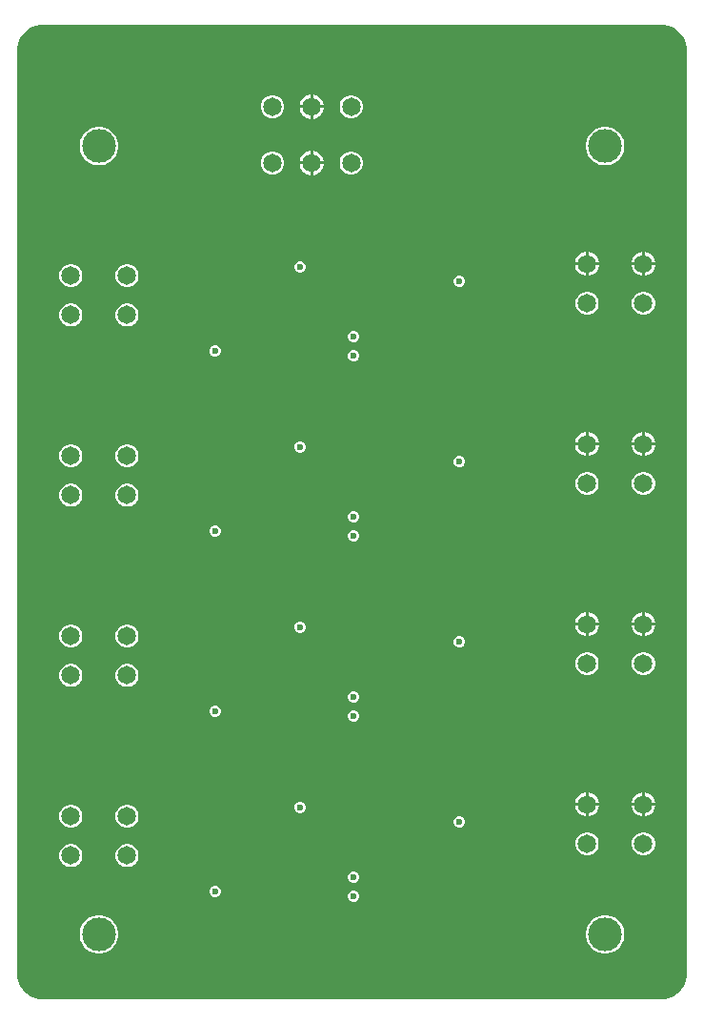
<source format=gbr>
G04*
G04 #@! TF.GenerationSoftware,Altium Limited,Altium Designer,25.1.2 (22)*
G04*
G04 Layer_Physical_Order=4*
G04 Layer_Color=16711680*
%FSLAX25Y25*%
%MOIN*%
G70*
G04*
G04 #@! TF.SameCoordinates,A5DCB332-85D3-4D93-9494-DFC79FD2F11A*
G04*
G04*
G04 #@! TF.FilePolarity,Positive*
G04*
G01*
G75*
%ADD24C,0.11811*%
%ADD25C,0.06496*%
%ADD26C,0.02362*%
G36*
X228903Y341364D02*
X230577Y340670D01*
X232083Y339664D01*
X233364Y338383D01*
X234371Y336876D01*
X235064Y335202D01*
X235418Y333425D01*
Y332520D01*
Y10000D01*
Y9094D01*
X235064Y7317D01*
X234371Y5644D01*
X233364Y4137D01*
X232083Y2856D01*
X230577Y1850D01*
X228903Y1156D01*
X227126Y803D01*
X9094D01*
X7317Y1156D01*
X5644Y1850D01*
X4137Y2856D01*
X2856Y4137D01*
X1850Y5644D01*
X1156Y7317D01*
X803Y9094D01*
Y10000D01*
Y25984D01*
Y332520D01*
Y333426D01*
X1156Y335202D01*
X1850Y336876D01*
X2856Y338383D01*
X4137Y339664D01*
X5644Y340670D01*
X7317Y341364D01*
X9094Y341717D01*
X227126D01*
X228903Y341364D01*
D02*
G37*
%LPC*%
G36*
X104595Y317240D02*
X104535D01*
Y313492D01*
X108283D01*
Y313551D01*
X107994Y314632D01*
X107435Y315600D01*
X106644Y316391D01*
X105675Y316951D01*
X104595Y317240D01*
D02*
G37*
G36*
X103535D02*
X103476D01*
X102396Y316951D01*
X101427Y316391D01*
X100636Y315600D01*
X100077Y314632D01*
X99787Y313551D01*
Y313492D01*
X103535D01*
Y317240D01*
D02*
G37*
G36*
X118346Y317028D02*
X117284D01*
X116257Y316753D01*
X115337Y316221D01*
X114586Y315470D01*
X114055Y314550D01*
X113779Y313523D01*
Y312461D01*
X114055Y311435D01*
X114586Y310514D01*
X115337Y309763D01*
X116257Y309232D01*
X117284Y308957D01*
X118346D01*
X119373Y309232D01*
X120293Y309763D01*
X121044Y310514D01*
X121575Y311435D01*
X121850Y312461D01*
Y313523D01*
X121575Y314550D01*
X121044Y315470D01*
X120293Y316221D01*
X119373Y316753D01*
X118346Y317028D01*
D02*
G37*
G36*
X90787D02*
X89725D01*
X88698Y316753D01*
X87778Y316221D01*
X87027Y315470D01*
X86496Y314550D01*
X86221Y313523D01*
Y312461D01*
X86496Y311435D01*
X87027Y310514D01*
X87778Y309763D01*
X88698Y309232D01*
X89725Y308957D01*
X90787D01*
X91813Y309232D01*
X92734Y309763D01*
X93485Y310514D01*
X94016Y311435D01*
X94291Y312461D01*
Y313523D01*
X94016Y314550D01*
X93485Y315470D01*
X92734Y316221D01*
X91813Y316753D01*
X90787Y317028D01*
D02*
G37*
G36*
X108283Y312492D02*
X104535D01*
Y308744D01*
X104595D01*
X105675Y309034D01*
X106644Y309593D01*
X107435Y310384D01*
X107994Y311352D01*
X108283Y312433D01*
Y312492D01*
D02*
G37*
G36*
X103535D02*
X99787D01*
Y312433D01*
X100077Y311352D01*
X100636Y310384D01*
X101427Y309593D01*
X102396Y309034D01*
X103476Y308744D01*
X103535D01*
Y312492D01*
D02*
G37*
G36*
X104595Y297555D02*
X104535D01*
Y293807D01*
X108283D01*
Y293866D01*
X107994Y294947D01*
X107435Y295915D01*
X106644Y296706D01*
X105675Y297266D01*
X104595Y297555D01*
D02*
G37*
G36*
X103535D02*
X103476D01*
X102396Y297266D01*
X101427Y296706D01*
X100636Y295915D01*
X100077Y294947D01*
X99787Y293866D01*
Y293807D01*
X103535D01*
Y297555D01*
D02*
G37*
G36*
X207352Y305906D02*
X206034D01*
X204741Y305648D01*
X203523Y305144D01*
X202426Y304411D01*
X201494Y303479D01*
X200762Y302383D01*
X200257Y301165D01*
X200000Y299872D01*
Y298553D01*
X200257Y297260D01*
X200762Y296042D01*
X201494Y294946D01*
X202426Y294014D01*
X203523Y293281D01*
X204741Y292777D01*
X206034Y292520D01*
X207352D01*
X208645Y292777D01*
X209863Y293281D01*
X210959Y294014D01*
X211892Y294946D01*
X212624Y296042D01*
X213129Y297260D01*
X213386Y298553D01*
Y299872D01*
X213129Y301165D01*
X212624Y302383D01*
X211892Y303479D01*
X210959Y304411D01*
X209863Y305144D01*
X208645Y305648D01*
X207352Y305906D01*
D02*
G37*
G36*
X30187D02*
X28868D01*
X27575Y305648D01*
X26357Y305144D01*
X25261Y304411D01*
X24329Y303479D01*
X23596Y302383D01*
X23092Y301165D01*
X22835Y299872D01*
Y298553D01*
X23092Y297260D01*
X23596Y296042D01*
X24329Y294946D01*
X25261Y294014D01*
X26357Y293281D01*
X27575Y292777D01*
X28868Y292520D01*
X30187D01*
X31480Y292777D01*
X32698Y293281D01*
X33794Y294014D01*
X34726Y294946D01*
X35459Y296042D01*
X35963Y297260D01*
X36220Y298553D01*
Y299872D01*
X35963Y301165D01*
X35459Y302383D01*
X34726Y303479D01*
X33794Y304411D01*
X32698Y305144D01*
X31480Y305648D01*
X30187Y305906D01*
D02*
G37*
G36*
X118346Y297342D02*
X117284D01*
X116257Y297067D01*
X115337Y296536D01*
X114586Y295785D01*
X114055Y294865D01*
X113779Y293838D01*
Y292776D01*
X114055Y291750D01*
X114586Y290829D01*
X115337Y290078D01*
X116257Y289547D01*
X117284Y289272D01*
X118346D01*
X119373Y289547D01*
X120293Y290078D01*
X121044Y290829D01*
X121575Y291750D01*
X121850Y292776D01*
Y293838D01*
X121575Y294865D01*
X121044Y295785D01*
X120293Y296536D01*
X119373Y297067D01*
X118346Y297342D01*
D02*
G37*
G36*
X90787D02*
X89725D01*
X88698Y297067D01*
X87778Y296536D01*
X87027Y295785D01*
X86496Y294865D01*
X86221Y293838D01*
Y292776D01*
X86496Y291750D01*
X87027Y290829D01*
X87778Y290078D01*
X88698Y289547D01*
X89725Y289272D01*
X90787D01*
X91813Y289547D01*
X92734Y290078D01*
X93485Y290829D01*
X94016Y291750D01*
X94291Y292776D01*
Y293838D01*
X94016Y294865D01*
X93485Y295785D01*
X92734Y296536D01*
X91813Y297067D01*
X90787Y297342D01*
D02*
G37*
G36*
X108283Y292807D02*
X104535D01*
Y289059D01*
X104595D01*
X105675Y289349D01*
X106644Y289908D01*
X107435Y290699D01*
X107994Y291667D01*
X108283Y292748D01*
Y292807D01*
D02*
G37*
G36*
X103535D02*
X99787D01*
Y292748D01*
X100077Y291667D01*
X100636Y290699D01*
X101427Y289908D01*
X102396Y289349D01*
X103476Y289059D01*
X103535D01*
Y292807D01*
D02*
G37*
G36*
X220638Y262319D02*
X220579D01*
Y258571D01*
X224327D01*
Y258630D01*
X224037Y259711D01*
X223478Y260679D01*
X222687Y261470D01*
X221718Y262029D01*
X220638Y262319D01*
D02*
G37*
G36*
X200953D02*
X200894D01*
Y258571D01*
X204642D01*
Y258630D01*
X204352Y259711D01*
X203793Y260679D01*
X203002Y261470D01*
X202033Y262029D01*
X200953Y262319D01*
D02*
G37*
G36*
X219579D02*
X219519D01*
X218439Y262029D01*
X217470Y261470D01*
X216680Y260679D01*
X216120Y259711D01*
X215831Y258630D01*
Y258571D01*
X219579D01*
Y262319D01*
D02*
G37*
G36*
X199894D02*
X199834D01*
X198754Y262029D01*
X197785Y261470D01*
X196994Y260679D01*
X196435Y259711D01*
X196146Y258630D01*
Y258571D01*
X199894D01*
Y262319D01*
D02*
G37*
G36*
X100293Y258957D02*
X99510D01*
X98786Y258657D01*
X98233Y258103D01*
X97933Y257380D01*
Y256597D01*
X98233Y255873D01*
X98786Y255319D01*
X99510Y255020D01*
X100293D01*
X101017Y255319D01*
X101570Y255873D01*
X101870Y256597D01*
Y257380D01*
X101570Y258103D01*
X101017Y258657D01*
X100293Y258957D01*
D02*
G37*
G36*
X224327Y257571D02*
X220579D01*
Y253823D01*
X220638D01*
X221718Y254112D01*
X222687Y254672D01*
X223478Y255463D01*
X224037Y256431D01*
X224327Y257512D01*
Y257571D01*
D02*
G37*
G36*
X219579D02*
X215831D01*
Y257512D01*
X216120Y256431D01*
X216680Y255463D01*
X217470Y254672D01*
X218439Y254112D01*
X219519Y253823D01*
X219579D01*
Y257571D01*
D02*
G37*
G36*
X204642D02*
X200894D01*
Y253823D01*
X200953D01*
X202033Y254112D01*
X203002Y254672D01*
X203793Y255463D01*
X204352Y256431D01*
X204642Y257512D01*
Y257571D01*
D02*
G37*
G36*
X199894D02*
X196146D01*
Y257512D01*
X196435Y256431D01*
X196994Y255463D01*
X197785Y254672D01*
X198754Y254112D01*
X199834Y253823D01*
X199894D01*
Y257571D01*
D02*
G37*
G36*
X156100Y253937D02*
X155317D01*
X154594Y253637D01*
X154040Y253084D01*
X153740Y252360D01*
Y251577D01*
X154040Y250853D01*
X154594Y250300D01*
X155317Y250000D01*
X156100D01*
X156824Y250300D01*
X157378Y250853D01*
X157677Y251577D01*
Y252360D01*
X157378Y253084D01*
X156824Y253637D01*
X156100Y253937D01*
D02*
G37*
G36*
X39901Y257972D02*
X38839D01*
X37813Y257697D01*
X36892Y257166D01*
X36141Y256415D01*
X35610Y255495D01*
X35335Y254468D01*
Y253406D01*
X35610Y252379D01*
X36141Y251459D01*
X36892Y250708D01*
X37813Y250177D01*
X38839Y249902D01*
X39901D01*
X40928Y250177D01*
X41848Y250708D01*
X42599Y251459D01*
X43130Y252379D01*
X43406Y253406D01*
Y254468D01*
X43130Y255495D01*
X42599Y256415D01*
X41848Y257166D01*
X40928Y257697D01*
X39901Y257972D01*
D02*
G37*
G36*
X20216D02*
X19154D01*
X18127Y257697D01*
X17207Y257166D01*
X16456Y256415D01*
X15925Y255495D01*
X15650Y254468D01*
Y253406D01*
X15925Y252379D01*
X16456Y251459D01*
X17207Y250708D01*
X18127Y250177D01*
X19154Y249902D01*
X20216D01*
X21243Y250177D01*
X22163Y250708D01*
X22914Y251459D01*
X23446Y252379D01*
X23720Y253406D01*
Y254468D01*
X23446Y255495D01*
X22914Y256415D01*
X22163Y257166D01*
X21243Y257697D01*
X20216Y257972D01*
D02*
G37*
G36*
X220610Y248327D02*
X219548D01*
X218521Y248052D01*
X217601Y247520D01*
X216850Y246769D01*
X216318Y245849D01*
X216043Y244823D01*
Y243760D01*
X216318Y242734D01*
X216850Y241813D01*
X217601Y241062D01*
X218521Y240531D01*
X219548Y240256D01*
X220610D01*
X221636Y240531D01*
X222557Y241062D01*
X223308Y241813D01*
X223839Y242734D01*
X224114Y243760D01*
Y244823D01*
X223839Y245849D01*
X223308Y246769D01*
X222557Y247520D01*
X221636Y248052D01*
X220610Y248327D01*
D02*
G37*
G36*
X200925D02*
X199862D01*
X198836Y248052D01*
X197916Y247520D01*
X197165Y246769D01*
X196633Y245849D01*
X196358Y244823D01*
Y243760D01*
X196633Y242734D01*
X197165Y241813D01*
X197916Y241062D01*
X198836Y240531D01*
X199862Y240256D01*
X200925D01*
X201951Y240531D01*
X202871Y241062D01*
X203623Y241813D01*
X204154Y242734D01*
X204429Y243760D01*
Y244823D01*
X204154Y245849D01*
X203623Y246769D01*
X202871Y247520D01*
X201951Y248052D01*
X200925Y248327D01*
D02*
G37*
G36*
X39901Y244193D02*
X38839D01*
X37813Y243918D01*
X36892Y243387D01*
X36141Y242635D01*
X35610Y241715D01*
X35335Y240689D01*
Y239626D01*
X35610Y238600D01*
X36141Y237680D01*
X36892Y236928D01*
X37813Y236397D01*
X38839Y236122D01*
X39901D01*
X40928Y236397D01*
X41848Y236928D01*
X42599Y237680D01*
X43130Y238600D01*
X43406Y239626D01*
Y240689D01*
X43130Y241715D01*
X42599Y242635D01*
X41848Y243387D01*
X40928Y243918D01*
X39901Y244193D01*
D02*
G37*
G36*
X20216D02*
X19154D01*
X18127Y243918D01*
X17207Y243387D01*
X16456Y242635D01*
X15925Y241715D01*
X15650Y240689D01*
Y239626D01*
X15925Y238600D01*
X16456Y237680D01*
X17207Y236928D01*
X18127Y236397D01*
X19154Y236122D01*
X20216D01*
X21243Y236397D01*
X22163Y236928D01*
X22914Y237680D01*
X23446Y238600D01*
X23720Y239626D01*
Y240689D01*
X23446Y241715D01*
X22914Y242635D01*
X22163Y243387D01*
X21243Y243918D01*
X20216Y244193D01*
D02*
G37*
G36*
X119092Y234547D02*
X118309D01*
X117586Y234248D01*
X117032Y233694D01*
X116732Y232970D01*
Y232187D01*
X117032Y231464D01*
X117586Y230910D01*
X118309Y230610D01*
X119092D01*
X119816Y230910D01*
X120370Y231464D01*
X120669Y232187D01*
Y232970D01*
X120370Y233694D01*
X119816Y234248D01*
X119092Y234547D01*
D02*
G37*
G36*
X70569Y229528D02*
X69786D01*
X69062Y229228D01*
X68508Y228674D01*
X68209Y227951D01*
Y227168D01*
X68508Y226444D01*
X69062Y225890D01*
X69786Y225591D01*
X70569D01*
X71292Y225890D01*
X71846Y226444D01*
X72146Y227168D01*
Y227951D01*
X71846Y228674D01*
X71292Y229228D01*
X70569Y229528D01*
D02*
G37*
G36*
X119092Y227854D02*
X118309D01*
X117586Y227555D01*
X117032Y227001D01*
X116732Y226277D01*
Y225494D01*
X117032Y224771D01*
X117586Y224217D01*
X118309Y223917D01*
X119092D01*
X119816Y224217D01*
X120370Y224771D01*
X120669Y225494D01*
Y226277D01*
X120370Y227001D01*
X119816Y227555D01*
X119092Y227854D01*
D02*
G37*
G36*
X220638Y199327D02*
X220579D01*
Y195579D01*
X224327D01*
Y195638D01*
X224037Y196718D01*
X223478Y197687D01*
X222687Y198478D01*
X221718Y199037D01*
X220638Y199327D01*
D02*
G37*
G36*
X200953D02*
X200894D01*
Y195579D01*
X204642D01*
Y195638D01*
X204352Y196718D01*
X203793Y197687D01*
X203002Y198478D01*
X202033Y199037D01*
X200953Y199327D01*
D02*
G37*
G36*
X219579D02*
X219519D01*
X218439Y199037D01*
X217470Y198478D01*
X216680Y197687D01*
X216120Y196718D01*
X215831Y195638D01*
Y195579D01*
X219579D01*
Y199327D01*
D02*
G37*
G36*
X199894D02*
X199834D01*
X198754Y199037D01*
X197785Y198478D01*
X196994Y197687D01*
X196435Y196718D01*
X196146Y195638D01*
Y195579D01*
X199894D01*
Y199327D01*
D02*
G37*
G36*
X100293Y195965D02*
X99510D01*
X98786Y195665D01*
X98233Y195111D01*
X97933Y194388D01*
Y193605D01*
X98233Y192881D01*
X98786Y192327D01*
X99510Y192027D01*
X100293D01*
X101017Y192327D01*
X101570Y192881D01*
X101870Y193605D01*
Y194388D01*
X101570Y195111D01*
X101017Y195665D01*
X100293Y195965D01*
D02*
G37*
G36*
X224327Y194579D02*
X220579D01*
Y190831D01*
X220638D01*
X221718Y191120D01*
X222687Y191680D01*
X223478Y192470D01*
X224037Y193439D01*
X224327Y194519D01*
Y194579D01*
D02*
G37*
G36*
X219579D02*
X215831D01*
Y194519D01*
X216120Y193439D01*
X216680Y192470D01*
X217470Y191680D01*
X218439Y191120D01*
X219519Y190831D01*
X219579D01*
Y194579D01*
D02*
G37*
G36*
X204642D02*
X200894D01*
Y190831D01*
X200953D01*
X202033Y191120D01*
X203002Y191680D01*
X203793Y192470D01*
X204352Y193439D01*
X204642Y194519D01*
Y194579D01*
D02*
G37*
G36*
X199894D02*
X196146D01*
Y194519D01*
X196435Y193439D01*
X196994Y192470D01*
X197785Y191680D01*
X198754Y191120D01*
X199834Y190831D01*
X199894D01*
Y194579D01*
D02*
G37*
G36*
X156100Y190847D02*
X155317D01*
X154594Y190547D01*
X154040Y189993D01*
X153740Y189269D01*
Y188486D01*
X154040Y187763D01*
X154594Y187209D01*
X155317Y186909D01*
X156100D01*
X156824Y187209D01*
X157378Y187763D01*
X157677Y188486D01*
Y189269D01*
X157378Y189993D01*
X156824Y190547D01*
X156100Y190847D01*
D02*
G37*
G36*
X39901Y194980D02*
X38839D01*
X37813Y194705D01*
X36892Y194174D01*
X36141Y193423D01*
X35610Y192502D01*
X35335Y191476D01*
Y190414D01*
X35610Y189387D01*
X36141Y188467D01*
X36892Y187716D01*
X37813Y187184D01*
X38839Y186909D01*
X39901D01*
X40928Y187184D01*
X41848Y187716D01*
X42599Y188467D01*
X43130Y189387D01*
X43406Y190414D01*
Y191476D01*
X43130Y192502D01*
X42599Y193423D01*
X41848Y194174D01*
X40928Y194705D01*
X39901Y194980D01*
D02*
G37*
G36*
X20216D02*
X19154D01*
X18127Y194705D01*
X17207Y194174D01*
X16456Y193423D01*
X15925Y192502D01*
X15650Y191476D01*
Y190414D01*
X15925Y189387D01*
X16456Y188467D01*
X17207Y187716D01*
X18127Y187184D01*
X19154Y186909D01*
X20216D01*
X21243Y187184D01*
X22163Y187716D01*
X22914Y188467D01*
X23446Y189387D01*
X23720Y190414D01*
Y191476D01*
X23446Y192502D01*
X22914Y193423D01*
X22163Y194174D01*
X21243Y194705D01*
X20216Y194980D01*
D02*
G37*
G36*
X220610Y185335D02*
X219548D01*
X218521Y185060D01*
X217601Y184528D01*
X216850Y183777D01*
X216318Y182857D01*
X216043Y181831D01*
Y180768D01*
X216318Y179742D01*
X216850Y178821D01*
X217601Y178070D01*
X218521Y177539D01*
X219548Y177264D01*
X220610D01*
X221636Y177539D01*
X222557Y178070D01*
X223308Y178821D01*
X223839Y179742D01*
X224114Y180768D01*
Y181831D01*
X223839Y182857D01*
X223308Y183777D01*
X222557Y184528D01*
X221636Y185060D01*
X220610Y185335D01*
D02*
G37*
G36*
X200925D02*
X199862D01*
X198836Y185060D01*
X197916Y184528D01*
X197165Y183777D01*
X196633Y182857D01*
X196358Y181831D01*
Y180768D01*
X196633Y179742D01*
X197165Y178821D01*
X197916Y178070D01*
X198836Y177539D01*
X199862Y177264D01*
X200925D01*
X201951Y177539D01*
X202871Y178070D01*
X203623Y178821D01*
X204154Y179742D01*
X204429Y180768D01*
Y181831D01*
X204154Y182857D01*
X203623Y183777D01*
X202871Y184528D01*
X201951Y185060D01*
X200925Y185335D01*
D02*
G37*
G36*
X39901Y181201D02*
X38839D01*
X37813Y180926D01*
X36892Y180394D01*
X36141Y179643D01*
X35610Y178723D01*
X35335Y177697D01*
Y176634D01*
X35610Y175608D01*
X36141Y174688D01*
X36892Y173936D01*
X37813Y173405D01*
X38839Y173130D01*
X39901D01*
X40928Y173405D01*
X41848Y173936D01*
X42599Y174688D01*
X43130Y175608D01*
X43406Y176634D01*
Y177697D01*
X43130Y178723D01*
X42599Y179643D01*
X41848Y180394D01*
X40928Y180926D01*
X39901Y181201D01*
D02*
G37*
G36*
X20216D02*
X19154D01*
X18127Y180926D01*
X17207Y180394D01*
X16456Y179643D01*
X15925Y178723D01*
X15650Y177697D01*
Y176634D01*
X15925Y175608D01*
X16456Y174688D01*
X17207Y173936D01*
X18127Y173405D01*
X19154Y173130D01*
X20216D01*
X21243Y173405D01*
X22163Y173936D01*
X22914Y174688D01*
X23446Y175608D01*
X23720Y176634D01*
Y177697D01*
X23446Y178723D01*
X22914Y179643D01*
X22163Y180394D01*
X21243Y180926D01*
X20216Y181201D01*
D02*
G37*
G36*
X119092Y171555D02*
X118309D01*
X117586Y171255D01*
X117032Y170702D01*
X116732Y169978D01*
Y169195D01*
X117032Y168472D01*
X117586Y167918D01*
X118309Y167618D01*
X119092D01*
X119816Y167918D01*
X120370Y168472D01*
X120669Y169195D01*
Y169978D01*
X120370Y170702D01*
X119816Y171255D01*
X119092Y171555D01*
D02*
G37*
G36*
X70569Y166535D02*
X69786D01*
X69062Y166236D01*
X68508Y165682D01*
X68209Y164959D01*
Y164175D01*
X68508Y163452D01*
X69062Y162898D01*
X69786Y162598D01*
X70569D01*
X71292Y162898D01*
X71846Y163452D01*
X72146Y164175D01*
Y164959D01*
X71846Y165682D01*
X71292Y166236D01*
X70569Y166535D01*
D02*
G37*
G36*
X119092Y164862D02*
X118309D01*
X117586Y164562D01*
X117032Y164009D01*
X116732Y163285D01*
Y162502D01*
X117032Y161779D01*
X117586Y161225D01*
X118309Y160925D01*
X119092D01*
X119816Y161225D01*
X120370Y161779D01*
X120669Y162502D01*
Y163285D01*
X120370Y164009D01*
X119816Y164562D01*
X119092Y164862D01*
D02*
G37*
G36*
X220638Y136335D02*
X220579D01*
Y132587D01*
X224327D01*
Y132646D01*
X224037Y133726D01*
X223478Y134695D01*
X222687Y135486D01*
X221718Y136045D01*
X220638Y136335D01*
D02*
G37*
G36*
X200953D02*
X200894D01*
Y132587D01*
X204642D01*
Y132646D01*
X204352Y133726D01*
X203793Y134695D01*
X203002Y135486D01*
X202033Y136045D01*
X200953Y136335D01*
D02*
G37*
G36*
X219579D02*
X219519D01*
X218439Y136045D01*
X217470Y135486D01*
X216680Y134695D01*
X216120Y133726D01*
X215831Y132646D01*
Y132587D01*
X219579D01*
Y136335D01*
D02*
G37*
G36*
X199894D02*
X199834D01*
X198754Y136045D01*
X197785Y135486D01*
X196994Y134695D01*
X196435Y133726D01*
X196146Y132646D01*
Y132587D01*
X199894D01*
Y136335D01*
D02*
G37*
G36*
X100293Y132972D02*
X99510D01*
X98786Y132673D01*
X98233Y132119D01*
X97933Y131395D01*
Y130612D01*
X98233Y129889D01*
X98786Y129335D01*
X99510Y129035D01*
X100293D01*
X101017Y129335D01*
X101570Y129889D01*
X101870Y130612D01*
Y131395D01*
X101570Y132119D01*
X101017Y132673D01*
X100293Y132972D01*
D02*
G37*
G36*
X224327Y131587D02*
X220579D01*
Y127839D01*
X220638D01*
X221718Y128128D01*
X222687Y128687D01*
X223478Y129478D01*
X224037Y130447D01*
X224327Y131527D01*
Y131587D01*
D02*
G37*
G36*
X219579D02*
X215831D01*
Y131527D01*
X216120Y130447D01*
X216680Y129478D01*
X217470Y128687D01*
X218439Y128128D01*
X219519Y127839D01*
X219579D01*
Y131587D01*
D02*
G37*
G36*
X204642D02*
X200894D01*
Y127839D01*
X200953D01*
X202033Y128128D01*
X203002Y128687D01*
X203793Y129478D01*
X204352Y130447D01*
X204642Y131527D01*
Y131587D01*
D02*
G37*
G36*
X199894D02*
X196146D01*
Y131527D01*
X196435Y130447D01*
X196994Y129478D01*
X197785Y128687D01*
X198754Y128128D01*
X199834Y127839D01*
X199894D01*
Y131587D01*
D02*
G37*
G36*
X156100Y127854D02*
X155317D01*
X154594Y127555D01*
X154040Y127001D01*
X153740Y126277D01*
Y125494D01*
X154040Y124771D01*
X154594Y124217D01*
X155317Y123917D01*
X156100D01*
X156824Y124217D01*
X157378Y124771D01*
X157677Y125494D01*
Y126277D01*
X157378Y127001D01*
X156824Y127555D01*
X156100Y127854D01*
D02*
G37*
G36*
X39901Y131988D02*
X38839D01*
X37813Y131713D01*
X36892Y131182D01*
X36141Y130431D01*
X35610Y129510D01*
X35335Y128484D01*
Y127421D01*
X35610Y126395D01*
X36141Y125475D01*
X36892Y124724D01*
X37813Y124192D01*
X38839Y123917D01*
X39901D01*
X40928Y124192D01*
X41848Y124724D01*
X42599Y125475D01*
X43130Y126395D01*
X43406Y127421D01*
Y128484D01*
X43130Y129510D01*
X42599Y130431D01*
X41848Y131182D01*
X40928Y131713D01*
X39901Y131988D01*
D02*
G37*
G36*
X20216D02*
X19154D01*
X18127Y131713D01*
X17207Y131182D01*
X16456Y130431D01*
X15925Y129510D01*
X15650Y128484D01*
Y127421D01*
X15925Y126395D01*
X16456Y125475D01*
X17207Y124724D01*
X18127Y124192D01*
X19154Y123917D01*
X20216D01*
X21243Y124192D01*
X22163Y124724D01*
X22914Y125475D01*
X23446Y126395D01*
X23720Y127421D01*
Y128484D01*
X23446Y129510D01*
X22914Y130431D01*
X22163Y131182D01*
X21243Y131713D01*
X20216Y131988D01*
D02*
G37*
G36*
X220610Y122343D02*
X219548D01*
X218521Y122067D01*
X217601Y121536D01*
X216850Y120785D01*
X216318Y119865D01*
X216043Y118838D01*
Y117776D01*
X216318Y116750D01*
X216850Y115829D01*
X217601Y115078D01*
X218521Y114547D01*
X219548Y114272D01*
X220610D01*
X221636Y114547D01*
X222557Y115078D01*
X223308Y115829D01*
X223839Y116750D01*
X224114Y117776D01*
Y118838D01*
X223839Y119865D01*
X223308Y120785D01*
X222557Y121536D01*
X221636Y122067D01*
X220610Y122343D01*
D02*
G37*
G36*
X200925D02*
X199862D01*
X198836Y122067D01*
X197916Y121536D01*
X197165Y120785D01*
X196633Y119865D01*
X196358Y118838D01*
Y117776D01*
X196633Y116750D01*
X197165Y115829D01*
X197916Y115078D01*
X198836Y114547D01*
X199862Y114272D01*
X200925D01*
X201951Y114547D01*
X202871Y115078D01*
X203623Y115829D01*
X204154Y116750D01*
X204429Y117776D01*
Y118838D01*
X204154Y119865D01*
X203623Y120785D01*
X202871Y121536D01*
X201951Y122067D01*
X200925Y122343D01*
D02*
G37*
G36*
X39901Y118209D02*
X38839D01*
X37813Y117934D01*
X36892Y117402D01*
X36141Y116651D01*
X35610Y115731D01*
X35335Y114705D01*
Y113642D01*
X35610Y112616D01*
X36141Y111695D01*
X36892Y110944D01*
X37813Y110413D01*
X38839Y110138D01*
X39901D01*
X40928Y110413D01*
X41848Y110944D01*
X42599Y111695D01*
X43130Y112616D01*
X43406Y113642D01*
Y114705D01*
X43130Y115731D01*
X42599Y116651D01*
X41848Y117402D01*
X40928Y117934D01*
X39901Y118209D01*
D02*
G37*
G36*
X20216D02*
X19154D01*
X18127Y117934D01*
X17207Y117402D01*
X16456Y116651D01*
X15925Y115731D01*
X15650Y114705D01*
Y113642D01*
X15925Y112616D01*
X16456Y111695D01*
X17207Y110944D01*
X18127Y110413D01*
X19154Y110138D01*
X20216D01*
X21243Y110413D01*
X22163Y110944D01*
X22914Y111695D01*
X23446Y112616D01*
X23720Y113642D01*
Y114705D01*
X23446Y115731D01*
X22914Y116651D01*
X22163Y117402D01*
X21243Y117934D01*
X20216Y118209D01*
D02*
G37*
G36*
X119092Y108563D02*
X118309D01*
X117586Y108263D01*
X117032Y107710D01*
X116732Y106986D01*
Y106203D01*
X117032Y105479D01*
X117586Y104926D01*
X118309Y104626D01*
X119092D01*
X119816Y104926D01*
X120370Y105479D01*
X120669Y106203D01*
Y106986D01*
X120370Y107710D01*
X119816Y108263D01*
X119092Y108563D01*
D02*
G37*
G36*
X70569Y103543D02*
X69786D01*
X69062Y103244D01*
X68508Y102690D01*
X68209Y101966D01*
Y101183D01*
X68508Y100460D01*
X69062Y99906D01*
X69786Y99606D01*
X70569D01*
X71292Y99906D01*
X71846Y100460D01*
X72146Y101183D01*
Y101966D01*
X71846Y102690D01*
X71292Y103244D01*
X70569Y103543D01*
D02*
G37*
G36*
X119092Y101870D02*
X118309D01*
X117586Y101570D01*
X117032Y101017D01*
X116732Y100293D01*
Y99510D01*
X117032Y98786D01*
X117586Y98233D01*
X118309Y97933D01*
X119092D01*
X119816Y98233D01*
X120370Y98786D01*
X120669Y99510D01*
Y100293D01*
X120370Y101017D01*
X119816Y101570D01*
X119092Y101870D01*
D02*
G37*
G36*
X220638Y73343D02*
X220579D01*
Y69595D01*
X224327D01*
Y69654D01*
X224037Y70734D01*
X223478Y71703D01*
X222687Y72494D01*
X221718Y73053D01*
X220638Y73343D01*
D02*
G37*
G36*
X200953D02*
X200894D01*
Y69595D01*
X204642D01*
Y69654D01*
X204352Y70734D01*
X203793Y71703D01*
X203002Y72494D01*
X202033Y73053D01*
X200953Y73343D01*
D02*
G37*
G36*
X219579D02*
X219519D01*
X218439Y73053D01*
X217470Y72494D01*
X216680Y71703D01*
X216120Y70734D01*
X215831Y69654D01*
Y69595D01*
X219579D01*
Y73343D01*
D02*
G37*
G36*
X199894D02*
X199834D01*
X198754Y73053D01*
X197785Y72494D01*
X196994Y71703D01*
X196435Y70734D01*
X196146Y69654D01*
Y69595D01*
X199894D01*
Y73343D01*
D02*
G37*
G36*
X100293Y69980D02*
X99510D01*
X98786Y69681D01*
X98233Y69127D01*
X97933Y68403D01*
Y67620D01*
X98233Y66897D01*
X98786Y66343D01*
X99510Y66043D01*
X100293D01*
X101017Y66343D01*
X101570Y66897D01*
X101870Y67620D01*
Y68403D01*
X101570Y69127D01*
X101017Y69681D01*
X100293Y69980D01*
D02*
G37*
G36*
X224327Y68594D02*
X220579D01*
Y64846D01*
X220638D01*
X221718Y65136D01*
X222687Y65695D01*
X223478Y66486D01*
X224037Y67455D01*
X224327Y68535D01*
Y68594D01*
D02*
G37*
G36*
X219579D02*
X215831D01*
Y68535D01*
X216120Y67455D01*
X216680Y66486D01*
X217470Y65695D01*
X218439Y65136D01*
X219519Y64846D01*
X219579D01*
Y68594D01*
D02*
G37*
G36*
X204642D02*
X200894D01*
Y64846D01*
X200953D01*
X202033Y65136D01*
X203002Y65695D01*
X203793Y66486D01*
X204352Y67455D01*
X204642Y68535D01*
Y68594D01*
D02*
G37*
G36*
X199894D02*
X196146D01*
Y68535D01*
X196435Y67455D01*
X196994Y66486D01*
X197785Y65695D01*
X198754Y65136D01*
X199834Y64846D01*
X199894D01*
Y68594D01*
D02*
G37*
G36*
X156100Y64862D02*
X155317D01*
X154594Y64562D01*
X154040Y64009D01*
X153740Y63285D01*
Y62502D01*
X154040Y61779D01*
X154594Y61225D01*
X155317Y60925D01*
X156100D01*
X156824Y61225D01*
X157378Y61779D01*
X157677Y62502D01*
Y63285D01*
X157378Y64009D01*
X156824Y64562D01*
X156100Y64862D01*
D02*
G37*
G36*
X39901Y68996D02*
X38839D01*
X37813Y68721D01*
X36892Y68190D01*
X36141Y67438D01*
X35610Y66518D01*
X35335Y65492D01*
Y64429D01*
X35610Y63403D01*
X36141Y62483D01*
X36892Y61731D01*
X37813Y61200D01*
X38839Y60925D01*
X39901D01*
X40928Y61200D01*
X41848Y61731D01*
X42599Y62483D01*
X43130Y63403D01*
X43406Y64429D01*
Y65492D01*
X43130Y66518D01*
X42599Y67438D01*
X41848Y68190D01*
X40928Y68721D01*
X39901Y68996D01*
D02*
G37*
G36*
X20216D02*
X19154D01*
X18127Y68721D01*
X17207Y68190D01*
X16456Y67438D01*
X15925Y66518D01*
X15650Y65492D01*
Y64429D01*
X15925Y63403D01*
X16456Y62483D01*
X17207Y61731D01*
X18127Y61200D01*
X19154Y60925D01*
X20216D01*
X21243Y61200D01*
X22163Y61731D01*
X22914Y62483D01*
X23446Y63403D01*
X23720Y64429D01*
Y65492D01*
X23446Y66518D01*
X22914Y67438D01*
X22163Y68190D01*
X21243Y68721D01*
X20216Y68996D01*
D02*
G37*
G36*
X220610Y59350D02*
X219548D01*
X218521Y59075D01*
X217601Y58544D01*
X216850Y57793D01*
X216318Y56873D01*
X216043Y55846D01*
Y54784D01*
X216318Y53757D01*
X216850Y52837D01*
X217601Y52086D01*
X218521Y51555D01*
X219548Y51279D01*
X220610D01*
X221636Y51555D01*
X222557Y52086D01*
X223308Y52837D01*
X223839Y53757D01*
X224114Y54784D01*
Y55846D01*
X223839Y56873D01*
X223308Y57793D01*
X222557Y58544D01*
X221636Y59075D01*
X220610Y59350D01*
D02*
G37*
G36*
X200925D02*
X199862D01*
X198836Y59075D01*
X197916Y58544D01*
X197165Y57793D01*
X196633Y56873D01*
X196358Y55846D01*
Y54784D01*
X196633Y53757D01*
X197165Y52837D01*
X197916Y52086D01*
X198836Y51555D01*
X199862Y51279D01*
X200925D01*
X201951Y51555D01*
X202871Y52086D01*
X203623Y52837D01*
X204154Y53757D01*
X204429Y54784D01*
Y55846D01*
X204154Y56873D01*
X203623Y57793D01*
X202871Y58544D01*
X201951Y59075D01*
X200925Y59350D01*
D02*
G37*
G36*
X39901Y55216D02*
X38839D01*
X37813Y54941D01*
X36892Y54410D01*
X36141Y53659D01*
X35610Y52739D01*
X35335Y51712D01*
Y50650D01*
X35610Y49624D01*
X36141Y48703D01*
X36892Y47952D01*
X37813Y47421D01*
X38839Y47146D01*
X39901D01*
X40928Y47421D01*
X41848Y47952D01*
X42599Y48703D01*
X43130Y49624D01*
X43406Y50650D01*
Y51712D01*
X43130Y52739D01*
X42599Y53659D01*
X41848Y54410D01*
X40928Y54941D01*
X39901Y55216D01*
D02*
G37*
G36*
X20216D02*
X19154D01*
X18127Y54941D01*
X17207Y54410D01*
X16456Y53659D01*
X15925Y52739D01*
X15650Y51712D01*
Y50650D01*
X15925Y49624D01*
X16456Y48703D01*
X17207Y47952D01*
X18127Y47421D01*
X19154Y47146D01*
X20216D01*
X21243Y47421D01*
X22163Y47952D01*
X22914Y48703D01*
X23446Y49624D01*
X23720Y50650D01*
Y51712D01*
X23446Y52739D01*
X22914Y53659D01*
X22163Y54410D01*
X21243Y54941D01*
X20216Y55216D01*
D02*
G37*
G36*
X119092Y45571D02*
X118309D01*
X117586Y45271D01*
X117032Y44717D01*
X116732Y43994D01*
Y43211D01*
X117032Y42487D01*
X117586Y41934D01*
X118309Y41634D01*
X119092D01*
X119816Y41934D01*
X120370Y42487D01*
X120669Y43211D01*
Y43994D01*
X120370Y44717D01*
X119816Y45271D01*
X119092Y45571D01*
D02*
G37*
G36*
X70569Y40551D02*
X69786D01*
X69062Y40251D01*
X68508Y39698D01*
X68209Y38974D01*
Y38191D01*
X68508Y37468D01*
X69062Y36914D01*
X69786Y36614D01*
X70569D01*
X71292Y36914D01*
X71846Y37468D01*
X72146Y38191D01*
Y38974D01*
X71846Y39698D01*
X71292Y40251D01*
X70569Y40551D01*
D02*
G37*
G36*
X119092Y38878D02*
X118309D01*
X117586Y38578D01*
X117032Y38025D01*
X116732Y37301D01*
Y36518D01*
X117032Y35794D01*
X117586Y35241D01*
X118309Y34941D01*
X119092D01*
X119816Y35241D01*
X120370Y35794D01*
X120669Y36518D01*
Y37301D01*
X120370Y38025D01*
X119816Y38578D01*
X119092Y38878D01*
D02*
G37*
G36*
X207352Y30315D02*
X206034D01*
X204741Y30058D01*
X203523Y29553D01*
X202426Y28821D01*
X201494Y27889D01*
X200762Y26792D01*
X200257Y25574D01*
X200000Y24281D01*
Y22963D01*
X200257Y21670D01*
X200762Y20452D01*
X201494Y19356D01*
X202426Y18423D01*
X203523Y17691D01*
X204741Y17186D01*
X206034Y16929D01*
X207352D01*
X208645Y17186D01*
X209863Y17691D01*
X210959Y18423D01*
X211892Y19356D01*
X212624Y20452D01*
X213129Y21670D01*
X213386Y22963D01*
Y24281D01*
X213129Y25574D01*
X212624Y26792D01*
X211892Y27889D01*
X210959Y28821D01*
X209863Y29553D01*
X208645Y30058D01*
X207352Y30315D01*
D02*
G37*
G36*
X30187D02*
X28868D01*
X27575Y30058D01*
X26357Y29553D01*
X25261Y28821D01*
X24329Y27889D01*
X23596Y26792D01*
X23092Y25574D01*
X22835Y24281D01*
Y22963D01*
X23092Y21670D01*
X23596Y20452D01*
X24329Y19356D01*
X25261Y18423D01*
X26357Y17691D01*
X27575Y17186D01*
X28868Y16929D01*
X30187D01*
X31480Y17186D01*
X32698Y17691D01*
X33794Y18423D01*
X34726Y19356D01*
X35459Y20452D01*
X35963Y21670D01*
X36220Y22963D01*
Y24281D01*
X35963Y25574D01*
X35459Y26792D01*
X34726Y27889D01*
X33794Y28821D01*
X32698Y29553D01*
X31480Y30058D01*
X30187Y30315D01*
D02*
G37*
%LPD*%
D24*
X206693Y299213D02*
D03*
X29528D02*
D03*
X206693Y23622D02*
D03*
X29528D02*
D03*
D25*
X117815Y312992D02*
D03*
Y293307D02*
D03*
X104035Y312992D02*
D03*
Y293307D02*
D03*
X90256Y312992D02*
D03*
Y293307D02*
D03*
X19685Y190945D02*
D03*
X39370D02*
D03*
X19685Y177165D02*
D03*
X39370D02*
D03*
X19685Y253937D02*
D03*
X39370D02*
D03*
X19685Y240158D02*
D03*
X39370D02*
D03*
X220079Y244291D02*
D03*
X200394D02*
D03*
X220079Y258071D02*
D03*
X200394D02*
D03*
X220079Y181299D02*
D03*
X200394D02*
D03*
X220079Y195079D02*
D03*
X200394D02*
D03*
X19685Y127953D02*
D03*
X39370D02*
D03*
X19685Y114173D02*
D03*
X39370D02*
D03*
X220079Y118307D02*
D03*
X200394D02*
D03*
X220079Y132087D02*
D03*
X200394D02*
D03*
X19685Y64961D02*
D03*
X39370D02*
D03*
X19685Y51181D02*
D03*
X39370D02*
D03*
X220079Y55315D02*
D03*
X200394D02*
D03*
X220079Y69095D02*
D03*
X200394D02*
D03*
D26*
X191051Y241526D02*
D03*
X194413D02*
D03*
X187689Y178534D02*
D03*
X186180Y247056D02*
D03*
X205597Y246028D02*
D03*
X191051Y115542D02*
D03*
X205627Y116682D02*
D03*
X189542Y58080D02*
D03*
X173047Y185531D02*
D03*
X200394Y123769D02*
D03*
X183133Y248479D02*
D03*
X186180Y121072D02*
D03*
X197286Y239779D02*
D03*
X187689Y241526D02*
D03*
X189542Y247056D02*
D03*
X205627Y242666D02*
D03*
X186180Y58080D02*
D03*
X200509Y49846D02*
D03*
X174472Y51083D02*
D03*
X200394Y249753D02*
D03*
X196184Y247794D02*
D03*
X189542Y184064D02*
D03*
X176409Y185509D02*
D03*
X205597Y57052D02*
D03*
X197286Y50803D02*
D03*
X203597Y185739D02*
D03*
X196184Y58818D02*
D03*
X192904Y58080D02*
D03*
Y184064D02*
D03*
X174472Y114075D02*
D03*
X196184Y121810D02*
D03*
X192904Y247056D02*
D03*
X203686Y176929D02*
D03*
X205597Y120044D02*
D03*
X179771Y59527D02*
D03*
X200394Y186761D02*
D03*
X205627Y53690D02*
D03*
X200509Y238822D02*
D03*
X203686Y50944D02*
D03*
X176409Y122517D02*
D03*
X203597Y122747D02*
D03*
X196184Y184802D02*
D03*
X173047Y248523D02*
D03*
Y122539D02*
D03*
X176409Y248501D02*
D03*
X200509Y175830D02*
D03*
X176409Y59525D02*
D03*
X187689Y52550D02*
D03*
X179771Y248503D02*
D03*
X197286Y176787D02*
D03*
X183133Y122495D02*
D03*
X194413Y115542D02*
D03*
X179771Y185511D02*
D03*
X205597Y183036D02*
D03*
X200509Y112838D02*
D03*
X200394Y60777D02*
D03*
X203686Y113936D02*
D03*
X203597Y59754D02*
D03*
X183133Y59503D02*
D03*
X203597Y248731D02*
D03*
X174472Y240060D02*
D03*
X192904Y121072D02*
D03*
X179771Y122519D02*
D03*
X197286Y113795D02*
D03*
X203686Y239921D02*
D03*
X174472Y177067D02*
D03*
X187689Y115542D02*
D03*
X194413Y52550D02*
D03*
X191051Y178534D02*
D03*
X183133Y185487D02*
D03*
X173047Y59547D02*
D03*
X189542Y121072D02*
D03*
X191051Y52550D02*
D03*
X186180Y184064D02*
D03*
X205627Y179674D02*
D03*
X194413Y178534D02*
D03*
X169078Y59547D02*
D03*
X168954Y51083D02*
D03*
X165596Y51247D02*
D03*
X162522Y52609D02*
D03*
X159160D02*
D03*
X155798D02*
D03*
X152436D02*
D03*
X149073D02*
D03*
X145711D02*
D03*
X142349D02*
D03*
X129677Y54012D02*
D03*
X129867Y57369D02*
D03*
X142940Y58139D02*
D03*
X146303D02*
D03*
X149665D02*
D03*
X153027D02*
D03*
X156389D02*
D03*
X159639Y59001D02*
D03*
X169078Y122539D02*
D03*
X168954Y114075D02*
D03*
X165596Y114239D02*
D03*
X162522Y115601D02*
D03*
X159160D02*
D03*
X155798D02*
D03*
X152436D02*
D03*
X149073D02*
D03*
X145711D02*
D03*
X142349D02*
D03*
X129677Y117004D02*
D03*
X129867Y120361D02*
D03*
X142940Y121131D02*
D03*
X146303D02*
D03*
X149665D02*
D03*
X153027D02*
D03*
X156389D02*
D03*
X159639Y121993D02*
D03*
X169078Y185531D02*
D03*
X168954Y177067D02*
D03*
X165596Y177231D02*
D03*
X162522Y178593D02*
D03*
X159160D02*
D03*
X155798D02*
D03*
X152436D02*
D03*
X149073D02*
D03*
X145711D02*
D03*
X142349D02*
D03*
X129677Y179996D02*
D03*
X129867Y183353D02*
D03*
X142940Y184123D02*
D03*
X146303D02*
D03*
X149665D02*
D03*
X153027D02*
D03*
X156389D02*
D03*
X159639Y184985D02*
D03*
Y247977D02*
D03*
X156389Y247115D02*
D03*
X153027D02*
D03*
X149665D02*
D03*
X146303D02*
D03*
X142940D02*
D03*
X129867Y246345D02*
D03*
X129677Y242988D02*
D03*
X142349Y241585D02*
D03*
X145711D02*
D03*
X149073D02*
D03*
X152436D02*
D03*
X155798D02*
D03*
X159160D02*
D03*
X162522D02*
D03*
X165596Y240223D02*
D03*
X168954Y240060D02*
D03*
X169078Y248523D02*
D03*
X166151Y256902D02*
D03*
X160621Y251766D02*
D03*
X166151Y250178D02*
D03*
Y253540D02*
D03*
X160621Y255128D02*
D03*
X155709Y62894D02*
D03*
Y125886D02*
D03*
Y188878D02*
D03*
Y251969D02*
D03*
X61417Y261319D02*
D03*
X103248Y43406D02*
D03*
Y36811D02*
D03*
Y106398D02*
D03*
Y99803D02*
D03*
Y169390D02*
D03*
Y162795D02*
D03*
Y225787D02*
D03*
Y232382D02*
D03*
X61516Y72342D02*
D03*
X61417Y42815D02*
D03*
X80610Y43209D02*
D03*
X97638Y49114D02*
D03*
X105709Y68110D02*
D03*
X115059Y72244D02*
D03*
X144390Y72933D02*
D03*
X151083D02*
D03*
X155905Y68701D02*
D03*
X61516Y135335D02*
D03*
X61417Y105807D02*
D03*
X80610Y106201D02*
D03*
X97638Y112106D02*
D03*
X105709Y131102D02*
D03*
X115059Y135236D02*
D03*
X144390Y135925D02*
D03*
X151083D02*
D03*
X155905Y131693D02*
D03*
X61516Y198072D02*
D03*
X61417Y168544D02*
D03*
X80610Y168938D02*
D03*
X97638Y174843D02*
D03*
X105709Y193839D02*
D03*
X115059Y197973D02*
D03*
X144390Y198662D02*
D03*
X151083D02*
D03*
X155905Y194430D02*
D03*
Y257677D02*
D03*
X151083Y261910D02*
D03*
X144390D02*
D03*
X115059Y261221D02*
D03*
X105709Y257087D02*
D03*
X97638Y238090D02*
D03*
X80610Y232185D02*
D03*
X61417Y231791D02*
D03*
X118701Y36909D02*
D03*
Y43602D02*
D03*
Y99902D02*
D03*
Y106595D02*
D03*
Y162894D02*
D03*
Y169587D02*
D03*
Y232579D02*
D03*
Y225886D02*
D03*
X99902Y68012D02*
D03*
Y131004D02*
D03*
Y193996D02*
D03*
X70177Y38583D02*
D03*
Y101575D02*
D03*
Y164567D02*
D03*
X99902Y256988D02*
D03*
X70177Y227559D02*
D03*
X121812Y241922D02*
D03*
X105186Y52540D02*
D03*
X121812Y52946D02*
D03*
X101744Y184054D02*
D03*
X108468Y58070D02*
D03*
X85447Y182770D02*
D03*
X105106Y247046D02*
D03*
X121812Y115938D02*
D03*
X85473Y179408D02*
D03*
X101744Y58070D02*
D03*
X85516Y56854D02*
D03*
X105186Y178524D02*
D03*
X101824Y241516D02*
D03*
X108468Y184054D02*
D03*
X85542Y53492D02*
D03*
X108468Y121062D02*
D03*
X122386Y245235D02*
D03*
Y56259D02*
D03*
X105106Y184054D02*
D03*
X101824Y178524D02*
D03*
X105186Y115532D02*
D03*
X122386Y119251D02*
D03*
X101824Y52540D02*
D03*
Y115532D02*
D03*
X105106Y58070D02*
D03*
X108548Y178524D02*
D03*
X121812Y178930D02*
D03*
X98382Y121062D02*
D03*
X98462Y115532D02*
D03*
X85516Y119846D02*
D03*
X122386Y182243D02*
D03*
X98382Y247046D02*
D03*
X101744D02*
D03*
X98382Y58070D02*
D03*
X98462Y178524D02*
D03*
X85516Y245831D02*
D03*
X108548Y52540D02*
D03*
X98462D02*
D03*
X98382Y184054D02*
D03*
X108468Y247046D02*
D03*
X85542Y242469D02*
D03*
X108548Y241516D02*
D03*
X85542Y116484D02*
D03*
X108548Y115532D02*
D03*
X105186Y241516D02*
D03*
X98462D02*
D03*
X101744Y121062D02*
D03*
X105106D02*
D03*
X110195Y61567D02*
D03*
X39370Y70423D02*
D03*
X42573Y69400D02*
D03*
X44573Y66698D02*
D03*
X47700Y65462D02*
D03*
X51062D02*
D03*
X54425D02*
D03*
X65748Y63090D02*
D03*
X78173Y60524D02*
D03*
X54156Y59932D02*
D03*
X50794D02*
D03*
X47432D02*
D03*
X44070D02*
D03*
X40718Y59663D02*
D03*
X37363Y59869D02*
D03*
X34756Y61994D02*
D03*
X33890Y65242D02*
D03*
X35097Y68380D02*
D03*
X78173Y56121D02*
D03*
X77600Y52808D02*
D03*
X54874Y50089D02*
D03*
X51512D02*
D03*
X48149D02*
D03*
X44787D02*
D03*
X43108Y47177D02*
D03*
X40062Y45753D02*
D03*
X36757Y46372D02*
D03*
X34433Y48802D02*
D03*
X33976Y52133D02*
D03*
X35558Y55100D02*
D03*
X38570Y56595D02*
D03*
X41888Y56054D02*
D03*
X45222Y55619D02*
D03*
X48584D02*
D03*
X51946D02*
D03*
X55309D02*
D03*
X58062Y57549D02*
D03*
X65748Y57874D02*
D03*
X65650Y52658D02*
D03*
X110195Y124559D02*
D03*
X39370Y133415D02*
D03*
X42573Y132392D02*
D03*
X44573Y129690D02*
D03*
X47700Y128454D02*
D03*
X51062D02*
D03*
X54425D02*
D03*
X65748Y126083D02*
D03*
X78173Y123516D02*
D03*
X54156Y122924D02*
D03*
X50794D02*
D03*
X47432D02*
D03*
X44070D02*
D03*
X40718Y122655D02*
D03*
X37363Y122862D02*
D03*
X34756Y124986D02*
D03*
X33890Y128235D02*
D03*
X35097Y131372D02*
D03*
X78173Y119113D02*
D03*
X77600Y115800D02*
D03*
X54874Y113081D02*
D03*
X51512D02*
D03*
X48149D02*
D03*
X44787D02*
D03*
X43108Y110169D02*
D03*
X40062Y108745D02*
D03*
X36757Y109364D02*
D03*
X34433Y111794D02*
D03*
X33976Y115125D02*
D03*
X35558Y118092D02*
D03*
X38570Y119587D02*
D03*
X41888Y119046D02*
D03*
X45222Y118612D02*
D03*
X48584D02*
D03*
X51946D02*
D03*
X55309D02*
D03*
X58062Y120542D02*
D03*
X65748Y120866D02*
D03*
X65650Y115650D02*
D03*
X134335Y83196D02*
D03*
X137437Y81899D02*
D03*
X140799D02*
D03*
X144161D02*
D03*
X147524D02*
D03*
X150886D02*
D03*
X154248D02*
D03*
X157575Y81412D02*
D03*
X160031Y79116D02*
D03*
X162408Y76738D02*
D03*
X164786Y74361D02*
D03*
X166151Y71288D02*
D03*
Y67926D02*
D03*
Y64564D02*
D03*
Y61202D02*
D03*
X160621Y62790D02*
D03*
Y66152D02*
D03*
Y69514D02*
D03*
X158915Y72411D02*
D03*
X156537Y74789D02*
D03*
X153569Y76369D02*
D03*
X150207D02*
D03*
X146845D02*
D03*
X143483D02*
D03*
X140121D02*
D03*
X136758D02*
D03*
X133712Y74947D02*
D03*
X130350Y74902D02*
D03*
X128445Y83366D02*
D03*
X129823Y70043D02*
D03*
X127005Y68209D02*
D03*
X126720Y64859D02*
D03*
X124680Y62187D02*
D03*
X122386Y59729D02*
D03*
X121379Y77441D02*
D03*
Y80803D02*
D03*
X123564Y83358D02*
D03*
X134335Y146188D02*
D03*
X137437Y144891D02*
D03*
X140799D02*
D03*
X144161D02*
D03*
X147524D02*
D03*
X150886D02*
D03*
X154248D02*
D03*
X157575Y144404D02*
D03*
X160031Y142108D02*
D03*
X162408Y139730D02*
D03*
X164786Y137353D02*
D03*
X166151Y134280D02*
D03*
Y130918D02*
D03*
Y127556D02*
D03*
Y124194D02*
D03*
X160621Y125782D02*
D03*
Y129144D02*
D03*
Y132506D02*
D03*
X158915Y135403D02*
D03*
X156537Y137781D02*
D03*
X153569Y139361D02*
D03*
X150207D02*
D03*
X146845D02*
D03*
X143483D02*
D03*
X140121D02*
D03*
X136758D02*
D03*
X133712Y137940D02*
D03*
X130350Y137894D02*
D03*
X128445Y146358D02*
D03*
X129823Y133035D02*
D03*
X127005Y131201D02*
D03*
X126720Y127851D02*
D03*
X124680Y125179D02*
D03*
X122386Y122721D02*
D03*
X121379Y140433D02*
D03*
Y143795D02*
D03*
X123564Y146350D02*
D03*
X134335Y209180D02*
D03*
X137437Y207883D02*
D03*
X140799D02*
D03*
X144161D02*
D03*
X147524D02*
D03*
X150886D02*
D03*
X154248D02*
D03*
X157575Y207396D02*
D03*
X160031Y205100D02*
D03*
X162408Y202722D02*
D03*
X164786Y200345D02*
D03*
X166151Y197272D02*
D03*
Y193910D02*
D03*
Y190548D02*
D03*
Y187186D02*
D03*
X160621Y188774D02*
D03*
Y192136D02*
D03*
Y195498D02*
D03*
X158915Y198395D02*
D03*
X156537Y200773D02*
D03*
X153569Y202353D02*
D03*
X150207D02*
D03*
X146845D02*
D03*
X143483D02*
D03*
X140121D02*
D03*
X136758D02*
D03*
X133712Y200932D02*
D03*
X130350Y200886D02*
D03*
X128445Y209350D02*
D03*
X129823Y196027D02*
D03*
X127005Y194193D02*
D03*
X126720Y190843D02*
D03*
X124680Y188171D02*
D03*
X122386Y185713D02*
D03*
X121379Y203425D02*
D03*
Y206787D02*
D03*
X123564Y209342D02*
D03*
X110195Y187551D02*
D03*
X65551Y189075D02*
D03*
Y178445D02*
D03*
X35202Y194501D02*
D03*
X33911Y191397D02*
D03*
X34684Y188125D02*
D03*
X37217Y185914D02*
D03*
X40564Y185595D02*
D03*
X43911Y185916D02*
D03*
X47273D02*
D03*
X50635D02*
D03*
X53997D02*
D03*
X57382Y184646D02*
D03*
X78173Y186253D02*
D03*
X54425Y191446D02*
D03*
X51062D02*
D03*
X47700D02*
D03*
X44573Y192682D02*
D03*
X42573Y195384D02*
D03*
X39370Y196407D02*
D03*
X65847Y183858D02*
D03*
X55309Y181604D02*
D03*
X51946D02*
D03*
X48584D02*
D03*
X45222D02*
D03*
X41888Y182038D02*
D03*
X38570Y182579D02*
D03*
X35558Y181084D02*
D03*
X33976Y178117D02*
D03*
X34433Y174786D02*
D03*
X36757Y172356D02*
D03*
X40062Y171737D02*
D03*
X43108Y173161D02*
D03*
X44787Y176074D02*
D03*
X48149D02*
D03*
X51512D02*
D03*
X54874D02*
D03*
X77600Y178792D02*
D03*
X78173Y182105D02*
D03*
X65650Y241634D02*
D03*
X65748Y246850D02*
D03*
X58062Y246526D02*
D03*
X55309Y244596D02*
D03*
X51946D02*
D03*
X48584D02*
D03*
X45222D02*
D03*
X41888Y245030D02*
D03*
X38570Y245571D02*
D03*
X35558Y244076D02*
D03*
X33976Y241109D02*
D03*
X34433Y237778D02*
D03*
X36757Y235349D02*
D03*
X40062Y234729D02*
D03*
X43108Y236153D02*
D03*
X44787Y239066D02*
D03*
X48149D02*
D03*
X51512D02*
D03*
X54874D02*
D03*
X77600Y241785D02*
D03*
X78173Y245097D02*
D03*
X35097Y257357D02*
D03*
X33890Y254219D02*
D03*
X34756Y250970D02*
D03*
X37363Y248846D02*
D03*
X40718Y248639D02*
D03*
X44070Y248908D02*
D03*
X47432D02*
D03*
X50794D02*
D03*
X54156D02*
D03*
X78173Y249500D02*
D03*
X65748Y252067D02*
D03*
X54425Y254438D02*
D03*
X51062D02*
D03*
X47700D02*
D03*
X44573Y255674D02*
D03*
X42573Y258376D02*
D03*
X39370Y259399D02*
D03*
X123564Y272334D02*
D03*
X121379Y269779D02*
D03*
Y266417D02*
D03*
X110195Y250543D02*
D03*
X122386Y248705D02*
D03*
X124680Y251163D02*
D03*
X126720Y253836D02*
D03*
X127005Y257186D02*
D03*
X129823Y259019D02*
D03*
X128445Y272342D02*
D03*
X130350Y263878D02*
D03*
X133712Y263924D02*
D03*
X136758Y265345D02*
D03*
X140121D02*
D03*
X143483D02*
D03*
X146845D02*
D03*
X150207D02*
D03*
X153569D02*
D03*
X156537Y263765D02*
D03*
X158915Y261388D02*
D03*
X160621Y258490D02*
D03*
X166151Y260264D02*
D03*
X164786Y263337D02*
D03*
X162408Y265715D02*
D03*
X160031Y268092D02*
D03*
X157575Y270388D02*
D03*
X154248Y270875D02*
D03*
X150886D02*
D03*
X147524D02*
D03*
X144161D02*
D03*
X140799D02*
D03*
X137437D02*
D03*
X134335Y272173D02*
D03*
M02*

</source>
